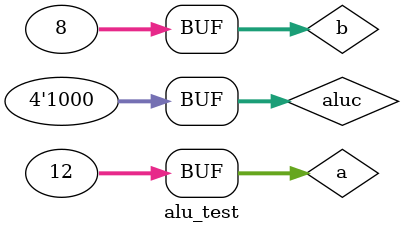
<source format=v>
`timescale 1ns / 1ps


module alu_test;

	// Inputs
	reg [31:0] a;
	reg [31:0] b;
	reg [3:0] aluc;

	// Outputs
	wire z;
	wire [31:0] r;

	// Instantiate the Unit Under Test (UUT)
	alu uut (
		.a(a), 
		.b(b), 
		.aluc(aluc), 
		.z(z), 
		.r(r)
	);

	initial begin
		// Initialize Inputs
		a = 0;
		b = 0;
		aluc = 0;

		// Wait 100 ns for global reset to finish
		#100;
		aluc[3:0] = 4'b1000;
		a = 12;
		b = 8;
		// Add stimulus here

	end
      
endmodule


</source>
